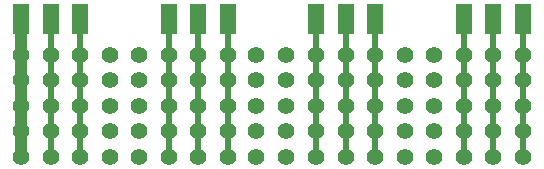
<source format=gtl>
G04*
G04 #@! TF.GenerationSoftware,Altium Limited,Altium Designer,22.8.2 (66)*
G04*
G04 Layer_Physical_Order=1*
G04 Layer_Color=255*
%FSLAX42Y42*%
%MOMM*%
G71*
G04*
G04 #@! TF.SameCoordinates,4064A84C-9049-4DCA-B835-74FE37D69973*
G04*
G04*
G04 #@! TF.FilePolarity,Positive*
G04*
G01*
G75*
%ADD13R,1.40X2.50*%
%ADD14C,0.51*%
%ADD15C,1.02*%
%ADD16C,1.40*%
D13*
X1876Y1332D02*
D03*
X2874D02*
D03*
X2126D02*
D03*
X1626D02*
D03*
X627D02*
D03*
X377D02*
D03*
X877D02*
D03*
X3124D02*
D03*
X3374D02*
D03*
X4123D02*
D03*
X4373D02*
D03*
X4623Y1332D02*
D03*
D14*
X1876Y1028D02*
Y1332D01*
Y812D02*
Y1028D01*
Y597D02*
Y812D01*
Y381D02*
Y597D01*
Y166D02*
Y381D01*
X2126Y1028D02*
Y1332D01*
Y812D02*
Y1028D01*
Y597D02*
Y812D01*
Y381D02*
Y597D01*
Y166D02*
Y381D01*
X4623Y1028D02*
Y1332D01*
Y812D02*
Y1028D01*
Y597D02*
Y812D01*
Y381D02*
Y597D01*
Y166D02*
Y381D01*
X4373Y1028D02*
Y1332D01*
Y812D02*
Y1028D01*
Y597D02*
Y812D01*
Y381D02*
Y597D01*
Y166D02*
Y381D01*
X4123Y812D02*
Y1332D01*
Y597D02*
Y812D01*
Y381D02*
Y597D01*
Y166D02*
Y381D01*
X3374Y812D02*
Y1028D01*
Y597D02*
Y812D01*
Y381D02*
Y597D01*
Y166D02*
Y381D01*
Y1028D02*
Y1332D01*
X3124Y597D02*
Y812D01*
Y381D02*
Y597D01*
Y166D02*
Y381D01*
Y812D02*
Y1028D01*
Y1332D01*
X2874Y1332D02*
X2874Y1332D01*
X2874Y1028D02*
Y1332D01*
Y812D02*
X2874Y812D01*
X2874Y812D02*
Y1028D01*
X2874Y597D02*
Y812D01*
Y381D02*
Y597D01*
Y166D02*
Y381D01*
X1626Y1028D02*
Y1332D01*
Y166D02*
Y381D01*
Y597D01*
Y812D01*
Y1028D01*
X877Y166D02*
Y381D01*
Y597D01*
Y812D01*
Y1028D01*
Y1332D01*
X627Y1028D02*
Y1332D01*
Y812D02*
Y1028D01*
Y597D02*
Y812D01*
Y381D02*
Y597D01*
Y166D02*
Y381D01*
D15*
X377Y166D02*
Y382D01*
Y597D01*
Y812D01*
Y1028D01*
Y1332D01*
D16*
X1127Y812D02*
D03*
X377Y1028D02*
D03*
Y812D02*
D03*
Y597D02*
D03*
Y382D02*
D03*
Y166D02*
D03*
X627Y1028D02*
D03*
Y812D02*
D03*
Y597D02*
D03*
Y381D02*
D03*
Y166D02*
D03*
X877Y1028D02*
D03*
Y812D02*
D03*
Y597D02*
D03*
Y381D02*
D03*
Y166D02*
D03*
X1626Y1028D02*
D03*
Y812D02*
D03*
Y597D02*
D03*
Y381D02*
D03*
Y166D02*
D03*
X1876Y1028D02*
D03*
Y812D02*
D03*
Y597D02*
D03*
Y381D02*
D03*
Y166D02*
D03*
X2126Y1028D02*
D03*
Y812D02*
D03*
Y597D02*
D03*
Y381D02*
D03*
Y166D02*
D03*
X2874Y1028D02*
D03*
X2874Y812D02*
D03*
Y597D02*
D03*
Y381D02*
D03*
Y166D02*
D03*
X3124Y1028D02*
D03*
Y812D02*
D03*
Y597D02*
D03*
Y166D02*
D03*
Y381D02*
D03*
X3374Y1028D02*
D03*
Y812D02*
D03*
Y597D02*
D03*
Y381D02*
D03*
Y166D02*
D03*
X4123Y1028D02*
D03*
X4123Y812D02*
D03*
Y597D02*
D03*
Y381D02*
D03*
Y166D02*
D03*
X4373Y1028D02*
D03*
Y812D02*
D03*
Y597D02*
D03*
Y381D02*
D03*
Y166D02*
D03*
X4623Y1028D02*
D03*
Y812D02*
D03*
Y597D02*
D03*
Y381D02*
D03*
Y166D02*
D03*
X1127Y1028D02*
D03*
Y597D02*
D03*
Y381D02*
D03*
Y166D02*
D03*
X1376Y1028D02*
D03*
Y812D02*
D03*
Y597D02*
D03*
Y381D02*
D03*
Y166D02*
D03*
X2363Y1028D02*
D03*
X2619D02*
D03*
Y812D02*
D03*
X2363D02*
D03*
Y597D02*
D03*
X2619D02*
D03*
Y381D02*
D03*
X2363D02*
D03*
Y166D02*
D03*
X2619D02*
D03*
X3624Y1028D02*
D03*
X3873D02*
D03*
Y812D02*
D03*
X3624D02*
D03*
Y597D02*
D03*
X3873D02*
D03*
X3624Y381D02*
D03*
X3873D02*
D03*
X3624Y166D02*
D03*
X3873D02*
D03*
M02*

</source>
